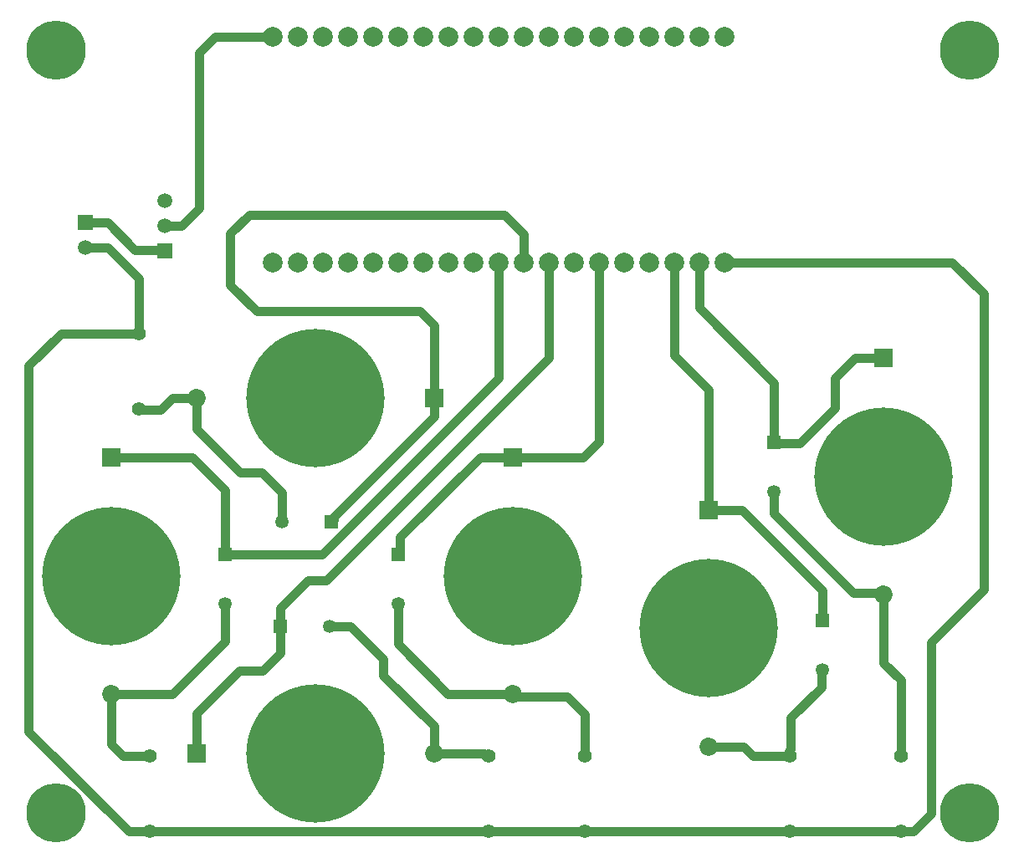
<source format=gbl>
G04*
G04 #@! TF.GenerationSoftware,Altium Limited,Altium Designer,25.3.3 (18)*
G04*
G04 Layer_Physical_Order=2*
G04 Layer_Color=16711680*
%FSLAX44Y44*%
%MOMM*%
G71*
G04*
G04 #@! TF.SameCoordinates,4C30E03C-539E-46F3-8DAC-70420B4CFD04*
G04*
G04*
G04 #@! TF.FilePolarity,Positive*
G04*
G01*
G75*
%ADD10C,0.8890*%
%ADD11C,1.8500*%
%ADD12R,1.8500X1.8500*%
%ADD13C,14.0000*%
%ADD14R,1.8500X1.8500*%
%ADD15C,2.0000*%
%ADD16R,1.3500X1.3500*%
%ADD17C,1.3500*%
%ADD18R,1.3500X1.3500*%
%ADD19C,1.4000*%
%ADD20C,6.0000*%
%ADD21R,1.5000X1.5000*%
%ADD22C,1.5000*%
D10*
X923544Y39116D02*
Y213044D01*
X780000Y21300D02*
X905728D01*
X923544Y39116D01*
Y213044D02*
X976189Y265689D01*
X420000Y441082D02*
Y460000D01*
X318389Y339471D02*
X420000Y441082D01*
X318389Y336569D02*
Y339471D01*
X510800Y598926D02*
X512318Y597408D01*
X132500Y21300D02*
X475000D01*
X491236Y645160D02*
X510800Y625596D01*
X232918Y645160D02*
X491236D01*
X510800Y598926D02*
Y625596D01*
Y597500D02*
X512226D01*
X208728Y301860D02*
Y366522D01*
X175250Y400000D02*
X208728Y366522D01*
Y301860D02*
X306940D01*
X485400Y480320D01*
X473617Y97500D02*
X475000D01*
X471117Y100000D02*
X473617Y97500D01*
X420000Y100000D02*
X471117D01*
X368808Y178816D02*
Y195834D01*
X420000Y100000D02*
Y127624D01*
X335788Y228854D02*
X368808Y195834D01*
Y178816D02*
X420000Y127624D01*
X314452Y228854D02*
X314814D01*
X314198Y228600D02*
X314452Y228854D01*
X335788D01*
X223266Y184150D02*
X247142D01*
X264814Y201822D02*
Y228854D01*
X247142Y184150D02*
X264814Y201822D01*
Y228854D02*
Y247288D01*
X179578Y140462D02*
X223266Y184150D01*
X179578Y100076D02*
Y140462D01*
Y100076D02*
X179654Y100000D01*
X180000D01*
X420000Y460000D02*
Y533262D01*
X405638Y547624D02*
X420000Y533262D01*
X240538Y547624D02*
X405638D01*
X214122Y574040D02*
X240538Y547624D01*
X214122Y574040D02*
Y626364D01*
X232918Y645160D01*
X316084Y334264D02*
X318389Y336569D01*
X180000Y428330D02*
Y460000D01*
X223774Y384556D02*
X245872D01*
X266084Y364344D01*
X180000Y428330D02*
X223774Y384556D01*
X266084Y334264D02*
Y364344D01*
X121944Y448056D02*
X143764D01*
X155708Y460000D01*
X180000D01*
X121194Y448806D02*
X121944Y448056D01*
X121194Y448806D02*
Y448932D01*
X310896Y275336D02*
X536200Y500640D01*
X292862Y275336D02*
X310896D01*
X264814Y247288D02*
X292862Y275336D01*
X385845Y319043D02*
X466802Y400000D01*
X385845Y304165D02*
Y319043D01*
X500000Y400000D02*
X571012D01*
X466802D02*
X500000D01*
X383540Y301860D02*
X385845Y304165D01*
X111200Y21300D02*
X132500D01*
X892500Y97500D02*
Y174300D01*
X875000Y191800D02*
X892500Y174300D01*
X875000Y191800D02*
Y260750D01*
X844851Y262589D02*
X873161D01*
X764267Y343173D02*
X844851Y262589D01*
X764267Y343173D02*
Y364790D01*
X873161Y262589D02*
X875000Y260750D01*
X764267Y414790D02*
Y475253D01*
X688340Y551180D02*
X764267Y475253D01*
X688340Y551180D02*
Y599440D01*
X688600Y599180D01*
Y597500D02*
Y599180D01*
X846190Y500750D02*
X875000D01*
X825500Y480060D02*
X846190Y500750D01*
X825500Y449580D02*
Y480060D01*
X789940Y414020D02*
X825500Y449580D01*
X764540Y414020D02*
X789940D01*
X764267Y414293D02*
X764540Y414020D01*
X764267Y414293D02*
Y414790D01*
X944280Y597500D02*
X976189Y565591D01*
X714000Y597500D02*
X944280D01*
X976189Y265689D02*
Y565591D01*
X781000Y136250D02*
X812096Y167346D01*
Y185584D01*
X731736Y346514D02*
X812800Y265450D01*
Y236526D02*
Y265450D01*
X572500Y21300D02*
X780000D01*
X383540Y210710D02*
X434250Y160000D01*
X383540Y210710D02*
Y253990D01*
X154920Y160000D02*
X208280Y213360D01*
Y247434D01*
X42532Y525132D02*
X121194D01*
X10000Y492600D02*
X42532Y525132D01*
X10000Y122500D02*
Y492600D01*
X536200Y500640D02*
Y596300D01*
X93500Y400000D02*
X175250D01*
X742628Y97500D02*
X780000D01*
X700364Y106514D02*
X733614D01*
X742628Y97500D01*
X485400Y480320D02*
Y597500D01*
X147500Y634600D02*
X164700D01*
X182500Y652400D02*
Y810000D01*
X164700Y634600D02*
X182500Y652400D01*
X105700Y97500D02*
X132500D01*
X93500Y109700D02*
X105700Y97500D01*
X93500Y109700D02*
Y160000D01*
X154920D01*
X497500D02*
X500000Y157500D01*
X697750Y346750D02*
Y468750D01*
X663200Y503300D02*
X697750Y468750D01*
X434250Y160000D02*
X497500D01*
X781000Y104250D02*
Y136250D01*
X779500Y102750D02*
X781000Y104250D01*
X700364Y346514D02*
X731736D01*
X663200Y503300D02*
Y596450D01*
X664250Y597500D01*
X663200D02*
X664250D01*
X475000Y21300D02*
X572500D01*
X10000Y122500D02*
X111200Y21300D01*
X555000Y157500D02*
X572500Y140000D01*
X500000Y157500D02*
X555000D01*
X572500Y101906D02*
Y140000D01*
X571012Y400000D02*
X587000Y415988D01*
Y597299D01*
X535000Y597500D02*
X536200Y596300D01*
X535000Y597500D02*
X536200D01*
X121194Y525132D02*
Y581306D01*
X67500Y612100D02*
X90400D01*
X121194Y581306D01*
X198600Y826100D02*
X256800D01*
X182500Y810000D02*
X198600Y826100D01*
X146700Y610000D02*
X147500Y609200D01*
X117500Y610000D02*
X146700D01*
X90000Y637500D02*
X117500Y610000D01*
X67500Y637500D02*
X90000D01*
D11*
X180000Y460000D02*
D03*
X420000Y100000D02*
D03*
X875000Y260750D02*
D03*
X500000Y160000D02*
D03*
X93500D02*
D03*
X697750Y106750D02*
D03*
D12*
X420000Y460000D02*
D03*
X180000Y100000D02*
D03*
D13*
X300000Y460000D02*
D03*
Y100000D02*
D03*
X875000Y380750D02*
D03*
X500000Y280000D02*
D03*
X93500D02*
D03*
X697750Y226750D02*
D03*
D14*
X875000Y500750D02*
D03*
X500000Y400000D02*
D03*
X93500D02*
D03*
X697750Y346750D02*
D03*
D15*
X714000Y826100D02*
D03*
Y597500D02*
D03*
X688600D02*
D03*
X663200D02*
D03*
X637800D02*
D03*
X612400D02*
D03*
X587000D02*
D03*
X561600D02*
D03*
X536200D02*
D03*
X510800D02*
D03*
X485400D02*
D03*
X460000D02*
D03*
X434600D02*
D03*
X409200D02*
D03*
X383800D02*
D03*
X358400D02*
D03*
X333000D02*
D03*
X307600D02*
D03*
X282200D02*
D03*
X256800D02*
D03*
Y826100D02*
D03*
X282200D02*
D03*
X307600D02*
D03*
X333000D02*
D03*
X358400D02*
D03*
X383800D02*
D03*
X409200D02*
D03*
X434600D02*
D03*
X460000D02*
D03*
X485400D02*
D03*
X510800D02*
D03*
X536200D02*
D03*
X561600D02*
D03*
X587000D02*
D03*
X612400D02*
D03*
X637800D02*
D03*
X663200D02*
D03*
X688600D02*
D03*
D16*
X208728Y301860D02*
D03*
X383540D02*
D03*
X812978Y234633D02*
D03*
X764267Y414790D02*
D03*
D17*
X208728Y251860D02*
D03*
X383540D02*
D03*
X266084Y334264D02*
D03*
X812978Y184633D02*
D03*
X764267Y364790D02*
D03*
X314814Y228854D02*
D03*
D18*
X316084Y334264D02*
D03*
X264814Y228854D02*
D03*
D19*
X572500Y97500D02*
D03*
Y21300D02*
D03*
X475000Y97500D02*
D03*
Y21300D02*
D03*
X132500Y97500D02*
D03*
Y21300D02*
D03*
X892500D02*
D03*
Y97500D02*
D03*
X780000Y21300D02*
D03*
Y97500D02*
D03*
X121194Y525132D02*
D03*
Y448932D02*
D03*
D20*
X962500Y40000D02*
D03*
X37500D02*
D03*
X962500Y812500D02*
D03*
X37500D02*
D03*
D21*
X67500Y637500D02*
D03*
X147500Y609200D02*
D03*
D22*
X67500Y612100D02*
D03*
X147500Y634600D02*
D03*
Y660000D02*
D03*
M02*

</source>
